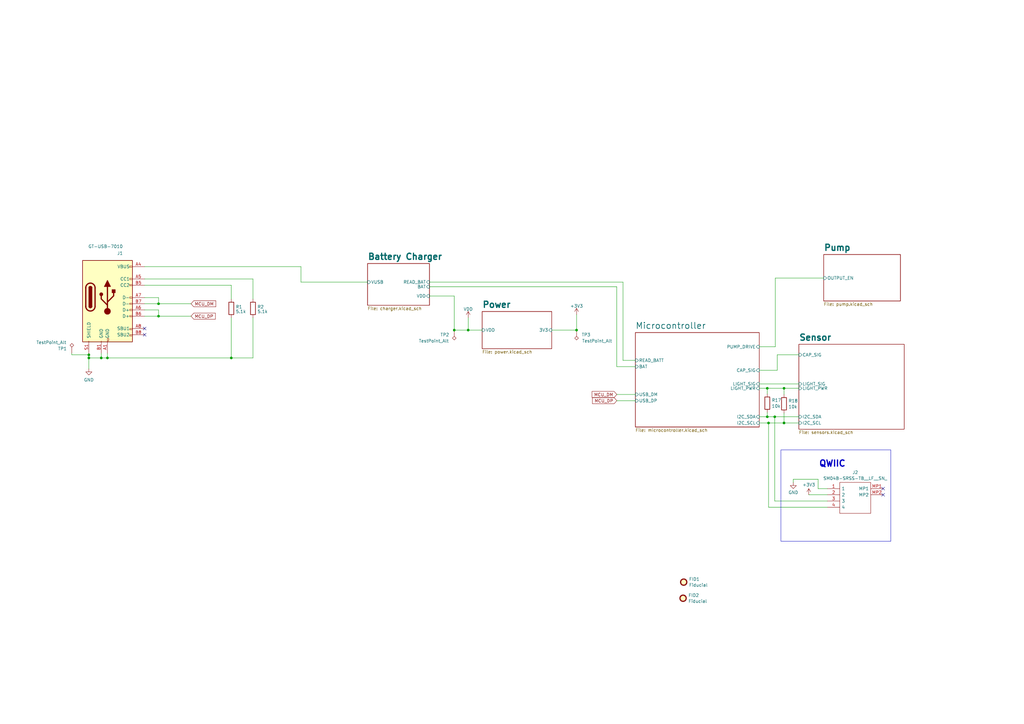
<source format=kicad_sch>
(kicad_sch (version 20231120) (generator "eeschema") (generator_version "8.0")
  (paper "A3")
  (title_block (title "Plant Bot") (date "2025-04-27") (rev "G"))
  (lib_symbols
    (symbol "+3V3_1" (power) (pin_numbers hide) (pin_names (offset 0) hide)
      (property "Value" "+3V3" (at 0 3.556 0))
      (symbol "+3V3_1_0_1"
        (polyline (pts (xy -0.762 1.27) (xy 0 2.54)))
        (polyline (pts (xy 0 0) (xy 0 2.54)))
        (polyline (pts (xy 0 2.54) (xy 0.762 1.27)))
      )
      (symbol "+3V3_1_1_1"
        (pin power_in line (at 0 0 90) (length 0) (name "~") (number "1"))
      )
    )
    (symbol "Connector_JLC:GT-USB-7010" (pin_names (offset 1.016))
      (property "Reference" "J" (at -10.16 29.21 0))
      (property "Value" "GT-USB-7010" (at 10.16 29.21 0))
      (symbol "GT-USB-7010_0_0"
        (rectangle (start 0 -5.08) (end 0.508 -4.064))
        (rectangle (start 10.16 -2.54) (end 9.144 -3.048))
        (rectangle (start 10.16 0) (end 9.144 -0.508))
        (rectangle (start 10.16 5.334) (end 9.144 4.826))
        (rectangle (start 10.16 7.874) (end 9.144 7.366))
        (rectangle (start 10.16 10.414) (end 9.144 9.906))
        (rectangle (start 10.16 12.954) (end 9.144 12.446))
        (rectangle (start 10.16 18.034) (end 9.144 17.526))
        (rectangle (start 10.16 20.574) (end 9.144 20.066))
        (rectangle (start 10.16 25.654) (end 9.144 25.146))
      )
      (symbol "GT-USB-7010_0_1"
        (rectangle (start -10.16 27.94) (end 10.2108 -5.4864) (stroke (width 0.254)) (fill (type background)))
        (arc (start -8.89 9.0932) (mid -6.985 7.1965) (end -5.08 9.0932) (stroke (width 0.508)))
        (arc (start -7.62 9.0932) (mid -6.985 8.4609) (end -6.35 9.0932) (stroke (width 0.254)))
        (arc (start -7.62 9.0932) (mid -6.985 8.4609) (end -6.35 9.0932) (stroke (width 0.254)) (fill (type outline)))
        (rectangle (start -7.62 9.0932) (end -6.35 16.7132) (stroke (width 0.254)) (fill (type outline)))
        (arc (start -6.35 16.7132) (mid -6.985 17.3455) (end -7.62 16.7132) (stroke (width 0.254)))
        (arc (start -6.35 16.7132) (mid -6.985 17.3455) (end -7.62 16.7132) (stroke (width 0.254)) (fill (type outline)))
        (arc (start -5.08 16.7132) (mid -6.985 18.6099) (end -8.89 16.7132) (stroke (width 0.508)))
        (polyline (pts (xy -8.89 9.0932) (xy -8.89 16.7132)) (stroke (width 0.508)))
        (polyline (pts (xy -5.08 16.7132) (xy -5.08 9.0932)) (stroke (width 0.508)))
      )
      (symbol "GT-USB-7010_1_1"
        (circle (center -2.54 14.0462) (radius 0.635) (stroke (width 0.254)) (fill (type outline)))
        (polyline (pts (xy 0 7.0612) (xy 0 17.2212)) (stroke (width 0.508)))
        (polyline (pts (xy 0 9.6012) (xy -2.54 12.1412) (xy -2.54 13.4112)) (stroke (width 0.508)))
        (polyline (pts (xy 0 10.8712) (xy 2.54 13.4112) (xy 2.54 14.6812)) (stroke (width 0.508)))
        (polyline (pts (xy -1.27 17.2212) (xy 0 19.7612) (xy 1.27 17.2212) (xy -1.27 17.2212)) (stroke (width 0.254)) (fill (type outline)))
        (circle (center 0 7.0612) (radius 1.27) (fill (type outline)))
        (rectangle (start 1.905 14.6812) (end 3.175 15.9512) (stroke (width 0.254)) (fill (type outline)))
        (pin passive line (at 0 -10.16 90) (length 5.08) (name "GND") (number "A1"))
        (pin passive line (at 15.24 25.4 180) (length 5.08) (name "VBUS") (number "A4"))
        (pin bidirectional line (at 15.24 20.32 180) (length 5.08) (name "CC1") (number "A5"))
        (pin bidirectional line (at 15.24 7.62 180) (length 5.08) (name "D+") (number "A6"))
        (pin bidirectional line (at 15.24 12.7 180) (length 5.08) (name "D-") (number "A7"))
        (pin bidirectional line (at 15.24 0 180) (length 5.08) (name "SBU1") (number "A8"))
        (pin passive line (at 15.24 25.4 180) (length 5.08) hide (name "VBUS") (number "A9"))
        (pin passive line (at -2.54 -10.16 90) (length 5.08) (name "GND") (number "B1"))
        (pin passive line (at 15.24 25.4 180) (length 5.08) hide (name "VBUS") (number "B4"))
        (pin bidirectional line (at 15.24 17.78 180) (length 5.08) (name "CC2") (number "B5"))
        (pin bidirectional line (at 15.24 5.08 180) (length 5.08) (name "D+") (number "B6"))
        (pin bidirectional line (at 15.24 10.16 180) (length 5.08) (name "D-") (number "B7"))
        (pin bidirectional line (at 15.24 -2.54 180) (length 5.08) (name "SBU2") (number "B8"))
        (pin passive line (at 15.24 25.4 180) (length 5.08) hide (name "VBUS") (number "B9"))
        (pin passive line (at -7.62 -10.16 90) (length 5.08) (name "SHIELD") (number "S1"))
      )
    )
    (symbol "Connector_JLC:SM04B-SRSS-TB__LF__SN_" (pin_names (offset 0.762))
      (property "Reference" "J" (at 19.05 7.62 0))
      (property "Value" "SM04B-SRSS-TB__LF__SN_" (at 19.05 5.08 0))
      (symbol "SM04B-SRSS-TB__LF__SN__0_0"
        (pin passive line (at 22.86 0 180) (length 5.08) (name "1") (number "1"))
        (pin passive line (at 22.86 -2.54 180) (length 5.08) (name "2") (number "2"))
        (pin passive line (at 22.86 -5.08 180) (length 5.08) (name "3") (number "3"))
        (pin passive line (at 22.86 -7.62 180) (length 5.08) (name "4") (number "4"))
        (pin passive line (at 0 0 0) (length 5.08) (name "MP1") (number "MP1"))
        (pin passive line (at 0 -2.54 0) (length 5.08) (name "MP2") (number "MP2"))
      )
      (symbol "SM04B-SRSS-TB__LF__SN__0_1"
        (polyline (pts (xy 5.08 2.54) (xy 17.78 2.54) (xy 17.78 -10.16) (xy 5.08 -10.16) (xy 5.08 2.54)) (stroke (width 0.1524)))
      )
    )
    (symbol "GND_1" (power) (pin_numbers hide) (pin_names (offset 0) hide)
      (property "Value" "GND" (at 0 -3.81 0))
      (symbol "GND_1_0_1"
        (polyline (pts (xy 0 0) (xy 0 -1.27) (xy 1.27 -1.27) (xy 0 -2.54) (xy -1.27 -1.27) (xy 0 -1.27)))
      )
      (symbol "GND_1_1_1"
        (pin power_in line (at 0 0 270) (length 0) (name "~") (number "1"))
      )
    )
    (symbol "Mechanical:Fiducial" (exclude_from_sim yes) (in_bom no)
      (property "Reference" "FID" (at 0 5.08 0))
      (property "Value" "Fiducial" (at 0 3.175 0))
      (symbol "Fiducial_0_1"
        (circle (center 0 0) (radius 1.27) (stroke (width 0.508)) (fill (type background)))
      )
    )
    (symbol "Resistor_JLC:10k" (pin_numbers hide) (pin_names (offset 0))
      (property "Reference" "R" (at 2.032 0 90))
      (property "Value" "10k" (at 0 0 90))
      (symbol "10k_0_1"
        (rectangle (start -1.016 -2.54) (end 1.016 2.54) (stroke (width 0.254)))
      )
      (symbol "10k_1_1"
        (pin passive line (at 0 3.81 270) (length 1.27) (name "~") (number "1"))
        (pin passive line (at 0 -3.81 90) (length 1.27) (name "~") (number "2"))
      )
    )
    (symbol "Resistor_JLC:5.1k" (pin_numbers hide) (pin_names (offset 0))
      (property "Reference" "R" (at 2.032 0 90))
      (property "Value" "5.1k" (at 0 0 90))
      (symbol "5.1k_0_1"
        (rectangle (start -1.016 -2.54) (end 1.016 2.54) (stroke (width 0.254)))
      )
      (symbol "5.1k_1_1"
        (pin passive line (at 0 3.81 270) (length 1.27) (name "~") (number "1"))
        (pin passive line (at 0 -3.81 90) (length 1.27) (name "~") (number "2"))
      )
    )
    (symbol "personal:TestPoint_Alt" (pin_numbers hide) (pin_names (offset 0.762) hide)
      (property "Reference" "TP" (at 0 6.858 0))
      (property "Value" "TestPoint_Alt" (at 0 5.08 0))
      (symbol "TestPoint_Alt_0_1"
        (polyline (pts (xy 0 2.54) (xy -0.762 3.302) (xy 0 4.064) (xy 0.762 3.302) (xy 0 2.54)))
      )
      (symbol "TestPoint_Alt_1_1"
        (pin passive line (at 0 0 90) (length 2.54) (name "1") (number "1"))
      )
    )
    (symbol "power:+3V3" (power) (pin_names (offset 0))
      (property "Value" "+3V3" (at 0 3.556 0))
      (symbol "+3V3_0_1"
        (polyline (pts (xy -0.762 1.27) (xy 0 2.54)))
        (polyline (pts (xy 0 0) (xy 0 2.54)))
        (polyline (pts (xy 0 2.54) (xy 0.762 1.27)))
      )
      (symbol "+3V3_1_1"
        (pin power_in line (at 0 0 90) (length 0) hide (name "+3V3") (number "1"))
      )
    )
    (symbol "power:GND" (power) (pin_names (offset 0))
      (property "Value" "GND" (at 0 -3.81 0))
      (symbol "GND_0_1"
        (polyline (pts (xy 0 0) (xy 0 -1.27) (xy 1.27 -1.27) (xy 0 -2.54) (xy -1.27 -1.27) (xy 0 -1.27)))
      )
      (symbol "GND_1_1"
        (pin power_in line (at 0 0 270) (length 0) hide (name "GND") (number "1"))
      )
    )
    (symbol "power:VDD" (power) (pin_names (offset 0))
      (property "Value" "VDD" (at 0 3.81 0))
      (symbol "VDD_0_1"
        (polyline (pts (xy -0.762 1.27) (xy 0 2.54)))
        (polyline (pts (xy 0 0) (xy 0 2.54)))
        (polyline (pts (xy 0 2.54) (xy 0.762 1.27)))
      )
      (symbol "VDD_1_1"
        (pin power_in line (at 0 0 90) (length 0) hide (name "VDD") (number "1"))
      )
    )
  )
  (junction (at 65.024 129.667))
  (junction (at 36.449 145.542))
  (junction (at 94.869 146.812))
  (junction (at 192.024 135.382))
  (junction (at 41.529 146.812))
  (junction (at 65.024 124.587))
  (junction (at 321.564 159.258))
  (junction (at 236.474 135.382))
  (junction (at 321.564 173.482))
  (junction (at 186.309 135.382))
  (junction (at 315.214 173.482))
  (junction (at 314.706 159.258))
  (junction (at 314.706 170.942))
  (junction (at 317.754 170.942))
  (junction (at 36.449 146.812))
  (junction (at 44.069 146.812))
  (no_connect (at 59.309 134.747))
  (no_connect (at 362.204 200.406))
  (no_connect (at 362.204 202.946))
  (no_connect (at 59.309 137.287))
  (wire (pts (xy 339.344 200.406) (xy 335.534 200.406)))
  (wire (pts (xy 123.444 115.697) (xy 150.749 115.697)))
  (wire (pts (xy 314.706 159.258) (xy 321.564 159.258)))
  (wire (pts (xy 59.309 109.347) (xy 123.444 109.347)))
  (wire (pts (xy 226.314 135.382) (xy 236.474 135.382)))
  (wire (pts (xy 314.706 159.258) (xy 314.706 161.544)))
  (wire (pts (xy 318.77 145.542) (xy 327.66 145.542)))
  (wire (pts (xy 94.869 146.812) (xy 103.759 146.812)))
  (wire (pts (xy 337.82 114.046) (xy 318.008 114.046)))
  (wire (pts (xy 176.149 117.602) (xy 252.984 117.602)))
  (wire (pts (xy 311.404 159.258) (xy 314.706 159.258)))
  (wire (pts (xy 311.404 157.48) (xy 327.66 157.48)))
  (wire (pts (xy 335.534 196.596) (xy 325.374 196.596)))
  (wire (pts (xy 339.344 208.026) (xy 315.214 208.026)))
  (wire (pts (xy 176.149 121.412) (xy 186.309 121.412)))
  (wire (pts (xy 252.984 161.798) (xy 260.604 161.798)))
  (wire (pts (xy 314.706 169.164) (xy 314.706 170.942)))
  (wire (pts (xy 123.444 109.347) (xy 123.444 115.697)))
  (wire (pts (xy 315.214 173.482) (xy 315.214 208.026)))
  (wire (pts (xy 317.754 205.486) (xy 339.344 205.486)))
  (wire (pts (xy 255.524 147.828) (xy 255.524 115.697)))
  (wire (pts (xy 59.309 127.127) (xy 65.024 127.127)))
  (wire (pts (xy 335.534 200.406) (xy 335.534 196.596)))
  (wire (pts (xy 331.724 202.946) (xy 339.344 202.946)))
  (wire (pts (xy 311.404 142.24) (xy 318.008 142.24)))
  (wire (pts (xy 44.069 146.812) (xy 44.069 144.907)))
  (wire (pts (xy 59.309 122.047) (xy 65.024 122.047)))
  (wire (pts (xy 103.759 114.427) (xy 103.759 122.682)))
  (wire (pts (xy 59.309 114.427) (xy 103.759 114.427)))
  (wire (pts (xy 318.008 114.046) (xy 318.008 142.24)))
  (wire (pts (xy 236.474 129.032) (xy 236.474 135.382)))
  (wire (pts (xy 321.564 161.798) (xy 321.564 159.258)))
  (wire (pts (xy 317.754 170.942) (xy 327.66 170.942)))
  (wire (pts (xy 192.024 130.302) (xy 192.024 135.382)))
  (wire (pts (xy 36.449 145.542) (xy 36.449 146.812)))
  (wire (pts (xy 321.564 169.418) (xy 321.564 173.482)))
  (wire (pts (xy 29.464 144.907) (xy 29.464 145.542)))
  (wire (pts (xy 176.149 115.697) (xy 255.524 115.697)))
  (wire (pts (xy 65.024 122.047) (xy 65.024 124.587)))
  (wire (pts (xy 311.404 173.482) (xy 315.214 173.482)))
  (wire (pts (xy 59.309 124.587) (xy 65.024 124.587)))
  (wire (pts (xy 252.984 117.602) (xy 252.984 150.368)))
  (wire (pts (xy 94.869 116.967) (xy 59.309 116.967)))
  (wire (pts (xy 78.359 124.587) (xy 65.024 124.587)))
  (wire (pts (xy 29.464 145.542) (xy 36.449 145.542)))
  (wire (pts (xy 192.024 135.382) (xy 197.739 135.382)))
  (wire (pts (xy 36.449 146.812) (xy 36.449 151.257)))
  (wire (pts (xy 317.754 170.942) (xy 314.706 170.942)))
  (wire (pts (xy 59.309 129.667) (xy 65.024 129.667)))
  (wire (pts (xy 94.869 146.812) (xy 94.869 130.302)))
  (wire (pts (xy 325.374 196.596) (xy 325.374 197.866)))
  (wire (pts (xy 36.449 146.812) (xy 41.529 146.812)))
  (wire (pts (xy 44.069 146.812) (xy 94.869 146.812)))
  (wire (pts (xy 65.024 129.667) (xy 78.359 129.667)))
  (wire (pts (xy 311.404 151.892) (xy 318.77 151.892)))
  (wire (pts (xy 317.754 170.942) (xy 317.754 205.486)))
  (wire (pts (xy 41.529 146.812) (xy 44.069 146.812)))
  (wire (pts (xy 252.984 150.368) (xy 260.604 150.368)))
  (wire (pts (xy 315.214 173.482) (xy 321.564 173.482)))
  (wire (pts (xy 252.984 164.338) (xy 260.604 164.338)))
  (wire (pts (xy 260.604 147.828) (xy 255.524 147.828)))
  (wire (pts (xy 186.309 135.382) (xy 192.024 135.382)))
  (wire (pts (xy 41.529 144.907) (xy 41.529 146.812)))
  (wire (pts (xy 186.309 121.412) (xy 186.309 135.382)))
  (wire (pts (xy 94.869 122.682) (xy 94.869 116.967)))
  (wire (pts (xy 321.564 173.482) (xy 327.66 173.482)))
  (wire (pts (xy 103.759 130.302) (xy 103.759 146.812)))
  (wire (pts (xy 321.564 159.258) (xy 327.66 159.258)))
  (wire (pts (xy 36.449 144.907) (xy 36.449 145.542)))
  (wire (pts (xy 318.77 151.892) (xy 318.77 145.542)))
  (wire (pts (xy 314.706 170.942) (xy 311.404 170.942)))
  (wire (pts (xy 65.024 129.667) (xy 65.024 127.127)))
  (rectangle (start 320.294 184.531) (end 365.379 221.996))
  (text "QWIIC" (at 335.788 191.77 0) (effects (font (size 2.54 2.54) (thickness 0.508) (bold yes)) (justify left bottom)))
  (global_label "MCU_DP" (shape input) (at 78.359 129.667 0) (property "Intersheetrefs" "${INTERSHEET_REFS}" (effects (hide yes))))
  (global_label "MCU_DM" (shape input) (at 252.984 161.798 180) (property "Intersheetrefs" "${INTERSHEET_REFS}" (effects (hide yes))))
  (global_label "MCU_DP" (shape input) (at 252.984 164.338 180) (property "Intersheetrefs" "${INTERSHEET_REFS}" (effects (hide yes))))
  (global_label "MCU_DM" (shape input) (at 78.359 124.587 0) (property "Intersheetrefs" "${INTERSHEET_REFS}" (effects (hide yes))))
  (symbol (lib_id "Connector_JLC:SM04B-SRSS-TB__LF__SN_") (at 362.204 200.406 0) (mirror y) (unit 1)
    (property "Reference" "J2" (at 350.774 193.7723 0))
    (property "Value" "SM04B-SRSS-TB__LF__SN_" (at 350.774 196.1966 0))
    (property "Footprint" "SM04BSRSSTBLFSN" (effects (hide yes)))
    (property "Datasheet" "https://www.jst-mfg.com/product/pdf/eng/eSH.pdf" (effects (hide yes)))
    (property "Description" "Socket; wire-board; male; SH,SR; 1mm; PIN: 4; SMT; 50V; 1A; -2585C" (effects (hide yes)))
    (property "Height" "2.9" (effects (hide yes)))
    (property "Manufacturer_Name" "JST (JAPAN SOLDERLESS TERMINALS)" (effects (hide yes)))
    (property "Manufacturer_Part_Number" "SM04B-SRSS-TB (LF)(SN)" (effects (hide yes)))
    (property "LCSC" "C160404" (effects (hide yes)))
  )
  (symbol (lib_id "Resistor_JLC:10k") (at 321.564 165.608 0) (unit 1)
    (property "Reference" "R18" (at 323.342 164.3958 0) (effects (justify left)))
    (property "Value" "10k" (at 323.342 166.8201 0) (effects (justify left)))
    (property "Footprint" "Resistor_SMD:R_0402_1005Metric" (effects (hide yes)))
    (property "Description" "Resistor" (effects (hide yes)))
    (property "LCSC" "C25744" (effects (hide yes)))
  )
  (symbol (lib_id "Resistor_JLC:10k") (at 314.706 165.354 0) (unit 1)
    (property "Reference" "R17" (at 316.484 164.1418 0) (effects (justify left)))
    (property "Value" "10k" (at 316.484 166.5661 0) (effects (justify left)))
    (property "Footprint" "Resistor_SMD:R_0402_1005Metric" (effects (hide yes)))
    (property "Description" "Resistor" (effects (hide yes)))
    (property "LCSC" "C25744" (effects (hide yes)))
  )
  (symbol (lib_id "Mechanical:Fiducial") (at 280.162 245.364 0) (unit 1) (exclude_from_sim yes) (in_bom no)
    (property "Reference" "FID2" (at 282.321 244.1518 0) (effects (justify left)))
    (property "Value" "Fiducial" (at 282.321 246.5761 0) (effects (justify left)))
    (property "Footprint" "personal:jlcpcb_logo_2mm" (effects (hide yes)))
    (property "Description" "Fiducial Marker" (effects (hide yes)))
  )
  (symbol (lib_id "Resistor_JLC:5.1k") (at 103.759 126.492 0) (unit 1)
    (property "Reference" "R2" (at 105.537 125.8483 0) (effects (justify left)))
    (property "Value" "5.1k" (at 105.537 127.7693 0) (effects (justify left)))
    (property "Footprint" "Resistor_SMD:R_0402_1005Metric" (effects (hide yes)))
    (property "LCSC" "C2906948" (effects (hide yes)))
  )
  (symbol (lib_id "personal:TestPoint_Alt") (at 29.464 144.907 0) (mirror y) (unit 1)
    (property "Reference" "TP1" (at 23.749 143.002 0) (effects (justify right)))
    (property "Value" "TestPoint_Alt" (at 14.859 140.462 0) (effects (justify right)))
    (property "Footprint" "TestPoint:TestPoint_Pad_1.0x1.0mm" (effects (hide yes)))
  )
  (symbol (lib_id "Resistor_JLC:5.1k") (at 94.869 126.492 0) (unit 1)
    (property "Reference" "R1" (at 96.647 125.8483 0) (effects (justify left)))
    (property "Value" "5.1k" (at 96.647 127.7693 0) (effects (justify left)))
    (property "Footprint" "Resistor_SMD:R_0402_1005Metric" (effects (hide yes)))
    (property "LCSC" "C2906948" (effects (hide yes)))
  )
  (symbol (lib_name "+3V3_1") (lib_id "power:+3V3") (at 331.724 202.946 0) (unit 1)
    (property "Reference" "#PWR06" (effects (hide yes)))
    (property "Value" "+3V3" (at 331.724 198.8129 0))
    (property "Description" "Power symbol creates a global label with name \"+3V3\"" (effects (hide yes)))
  )
  (symbol (lib_id "personal:TestPoint_Alt") (at 186.309 135.382 180) (unit 1)
    (property "Reference" "TP2" (at 180.594 137.287 0) (effects (justify right)))
    (property "Value" "TestPoint_Alt" (at 171.704 139.827 0) (effects (justify right)))
    (property "Footprint" "TestPoint:TestPoint_Pad_1.0x1.0mm" (effects (hide yes)))
  )
  (symbol (lib_name "GND_1") (lib_id "power:GND") (at 325.374 197.866 0) (unit 1)
    (property "Reference" "#PWR05" (effects (hide yes)))
    (property "Value" "GND" (at 325.374 201.9991 0))
    (property "Description" "Power symbol creates a global label with name \"GND\" , ground" (effects (hide yes)))
  )
  (symbol (lib_id "power:+3V3") (at 236.474 129.032 0) (unit 1)
    (property "Reference" "#PWR04" (effects (hide yes)))
    (property "Value" "+3V3" (at 236.474 125.5301 0))
  )
  (symbol (lib_id "Connector_JLC:GT-USB-7010") (at 44.069 134.747 0) (unit 1)
    (property "Reference" "J1" (at 50.419 103.8671 0) (effects (justify right)))
    (property "Value" "GT-USB-7010" (at 50.419 101.092 0) (effects (justify right)))
    (property "Footprint" "Connectors_JT:GT-USB-7010A" (effects (hide yes)))
    (property "Datasheet" "https://www.dg-switch.com/uploads/soft/190828/GT-USB-7010X.pdf" (effects (hide yes)))
    (property "LCSC" "C963370" (effects (hide yes)))
  )
  (symbol (lib_id "personal:TestPoint_Alt") (at 236.474 135.382 0) (mirror x) (unit 1)
    (property "Reference" "TP3" (at 242.189 137.287 0) (effects (justify right)))
    (property "Value" "TestPoint_Alt" (at 251.079 139.827 0) (effects (justify right)))
    (property "Footprint" "TestPoint:TestPoint_Pad_1.0x1.0mm" (effects (hide yes)))
  )
  (symbol (lib_id "power:GND") (at 36.449 151.257 0) (unit 1)
    (property "Reference" "#PWR01" (effects (hide yes)))
    (property "Value" "GND" (at 36.449 155.8195 0))
  )
  (symbol (lib_id "Mechanical:Fiducial") (at 280.416 238.76 0) (unit 1) (exclude_from_sim yes) (in_bom no)
    (property "Reference" "FID1" (at 282.575 237.5478 0) (effects (justify left)))
    (property "Value" "Fiducial" (at 282.575 239.9721 0) (effects (justify left)))
    (property "Footprint" "personal:Product Stamp" (effects (hide yes)))
    (property "Description" "Fiducial Marker" (effects (hide yes)))
  )
  (symbol (lib_id "power:VDD") (at 192.024 130.302 0) (unit 1)
    (property "Reference" "#PWR03" (effects (hide yes)))
    (property "Value" "VDD" (at 192.024 126.8001 0))
  )
  (sheet (at 337.82 104.394) (size 31.496 19.05) (stroke (width 0.1524))
    (property "Sheetname" "Pump" (at 337.82 103.0474 0) (effects (font (size 2.54 2.54) (thickness 0.508) (bold yes)) (justify left bottom)))
    (property "Sheetfile" "pump.kicad_sch" (at 337.82 124.0286 0) (effects (justify left top)))
    (pin "OUTPUT_EN" input (at 337.82 114.046 180))
  )
  (sheet (at 260.604 136.398) (size 50.8 38.735) (stroke (width 0.1524))
    (property "Sheetname" "Microcontroller" (at 260.604 135.0514 0) (effects (font (size 2.54 2.54) (thickness 0.2544) (bold yes)) (justify left bottom)))
    (property "Sheetfile" "microcontroller.kicad_sch" (at 260.604 175.7176 0) (effects (justify left top)))
    (pin "READ_BATT" input (at 260.604 147.828 180))
    (pin "BAT" input (at 260.604 150.368 180))
    (pin "USB_DM" input (at 260.604 161.798 180))
    (pin "USB_DP" input (at 260.604 164.338 180))
    (pin "I2C_SDA" input (at 311.404 170.942 0))
    (pin "I2C_SCL" input (at 311.404 173.482 0))
    (pin "LIGHT_PWR" input (at 311.404 159.258 0))
    (pin "LIGHT_SIG" input (at 311.404 157.48 0))
    (pin "PUMP_DRIVE" input (at 311.404 142.24 0))
    (pin "CAP_SIG" input (at 311.404 151.892 0))
  )
  (sheet (at 150.749 108.077) (size 25.4 17.145) (stroke (width 0.1524))
    (property "Sheetname" "Battery Charger" (at 150.749 106.7304 0) (effects (font (size 2.54 2.54) (thickness 0.508) (bold yes)) (justify left bottom)))
    (property "Sheetfile" "charger.kicad_sch" (at 150.749 125.8066 0) (effects (justify left top)))
    (pin "VUSB" input (at 150.749 115.697 180))
    (pin "READ_BAT" input (at 176.149 115.697 0))
    (pin "BAT" input (at 176.149 117.602 0))
    (pin "VDD" input (at 176.149 121.412 0))
  )
  (sheet (at 197.739 127.762) (size 28.575 15.24) (stroke (width 0.1524))
    (property "Sheetname" "Power" (at 197.739 126.4154 0) (effects (font (size 2.54 2.54) (thickness 0.508) (bold yes)) (justify left bottom)))
    (property "Sheetfile" "power.kicad_sch" (at 197.739 143.5866 0) (effects (justify left top)))
    (pin "VDD" input (at 197.739 135.382 180))
    (pin "3V3" input (at 226.314 135.382 0))
  )
  (sheet (at 327.66 141.224) (size 43.18 34.798) (stroke (width 0.1524))
    (property "Sheetname" "Sensor" (at 327.66 139.8774 0) (effects (font (size 2.54 2.54) (bold yes)) (justify left bottom)))
    (property "Sheetfile" "sensors.kicad_sch" (at 327.66 176.6066 0) (effects (justify left top)))
    (pin "I2C_SCL" input (at 327.66 173.482 180))
    (pin "I2C_SDA" input (at 327.66 170.942 180))
    (pin "LIGHT_PWR" input (at 327.66 159.258 180))
    (pin "LIGHT_SIG" input (at 327.66 157.48 180))
    (pin "CAP_SIG" input (at 327.66 145.542 180))
  )
)
</source>
